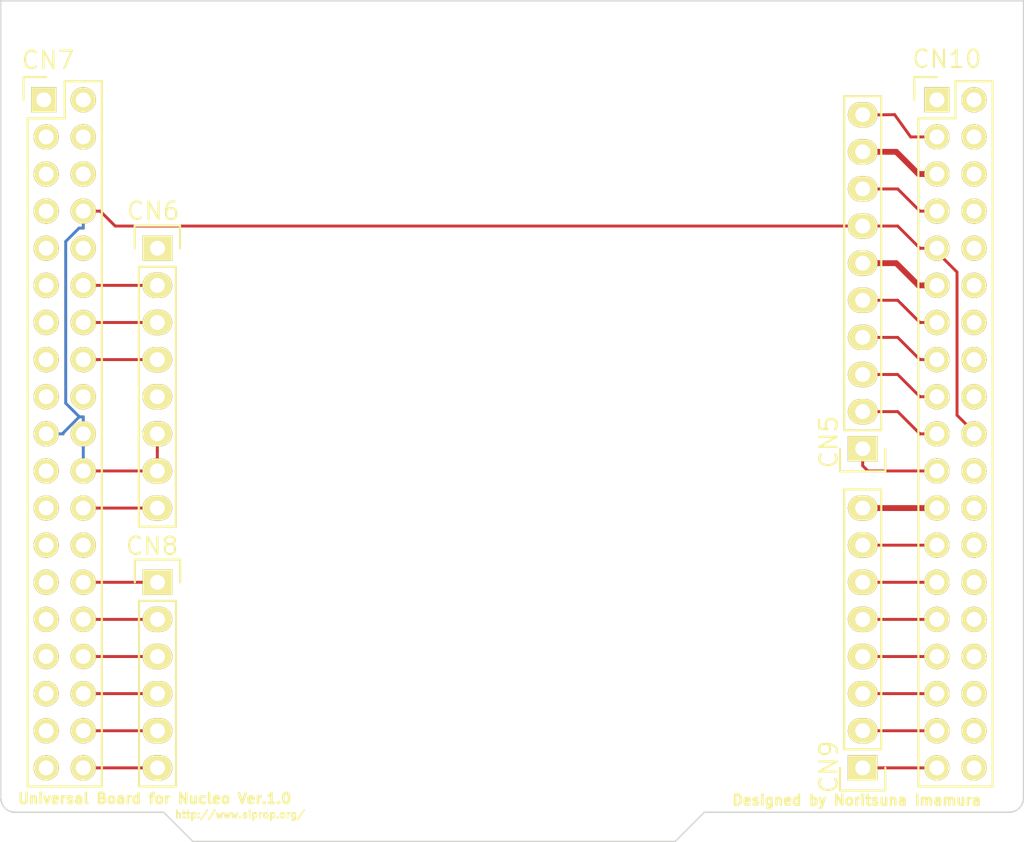
<source format=kicad_pcb>
(kicad_pcb (version 4) (host pcbnew 4.0.5-e0-6337~49~ubuntu16.04.1)

  (general
    (links 35)
    (no_connects 0)
    (area 96.286667 61.749999 168.260001 119.390001)
    (thickness 1.6)
    (drawings 13)
    (tracks 73)
    (zones 0)
    (modules 6)
    (nets 29)
  )

  (page A4)
  (title_block
    (title "Universal Board for Nucleo")
    (date 2016-05-26)
    (rev 1.0)
    (company "SIProp.org: Noritsuna Imamura noritsuna@siprop.org")
  )

  (layers
    (0 F.Cu signal)
    (31 B.Cu signal)
    (32 B.Adhes user)
    (33 F.Adhes user)
    (34 B.Paste user)
    (35 F.Paste user)
    (36 B.SilkS user)
    (37 F.SilkS user)
    (38 B.Mask user)
    (39 F.Mask user)
    (40 Dwgs.User user)
    (41 Cmts.User user)
    (42 Eco1.User user)
    (43 Eco2.User user)
    (44 Edge.Cuts user)
    (45 Margin user)
    (46 B.CrtYd user)
    (47 F.CrtYd user)
    (48 B.Fab user)
    (49 F.Fab user)
  )

  (setup
    (last_trace_width 0.2)
    (user_trace_width 0.3)
    (user_trace_width 0.4)
    (trace_clearance 0.2)
    (zone_clearance 0.508)
    (zone_45_only no)
    (trace_min 0.2)
    (segment_width 0.1)
    (edge_width 0.1)
    (via_size 0.8)
    (via_drill 0.4)
    (via_min_size 0.8)
    (via_min_drill 0.4)
    (uvia_size 0.3)
    (uvia_drill 0.1)
    (uvias_allowed no)
    (uvia_min_size 0.2)
    (uvia_min_drill 0.1)
    (pcb_text_width 0.3)
    (pcb_text_size 1.5 1.5)
    (mod_edge_width 0.15)
    (mod_text_size 1.2 1.2)
    (mod_text_width 0.15)
    (pad_size 3.2 3.2)
    (pad_drill 3.2)
    (pad_to_mask_clearance 0)
    (aux_axis_origin 98.22 119.33)
    (visible_elements 7FFFEFFF)
    (pcbplotparams
      (layerselection 0x010f0_80000001)
      (usegerberextensions true)
      (excludeedgelayer true)
      (linewidth 0.100000)
      (plotframeref false)
      (viasonmask false)
      (mode 1)
      (useauxorigin false)
      (hpglpennumber 1)
      (hpglpenspeed 20)
      (hpglpendiameter 15)
      (hpglpenoverlay 2)
      (psnegative false)
      (psa4output false)
      (plotreference true)
      (plotvalue true)
      (plotinvisibletext false)
      (padsonsilk false)
      (subtractmaskfromsilk false)
      (outputformat 1)
      (mirror false)
      (drillshape 0)
      (scaleselection 1)
      (outputdirectory ""))
  )

  (net 0 "")
  (net 1 /PB9)
  (net 2 /PB5)
  (net 3 /PB3)
  (net 4 /PA10)
  (net 5 /PA1)
  (net 6 /PA2)
  (net 7 /PA3)
  (net 8 /PA4)
  (net 9 /PA5)
  (net 10 /PA6)
  (net 11 /PA7)
  (net 12 /PA8)
  (net 13 /PA9)
  (net 14 /PB4)
  (net 15 /PB6)
  (net 16 /PB8)
  (net 17 /PB10)
  (net 18 /PC1)
  (net 19 /IOREF)
  (net 20 /RES)
  (net 21 /+3V3)
  (net 22 /GND)
  (net 23 /VIN)
  (net 24 /PA0)
  (net 25 /PB0)
  (net 26 /PC0)
  (net 27 /PC7)
  (net 28 /AVDD)

  (net_class Default "これは標準のネット クラスです。"
    (clearance 0.2)
    (trace_width 0.2)
    (via_dia 0.8)
    (via_drill 0.4)
    (uvia_dia 0.3)
    (uvia_drill 0.1)
    (add_net /+3V3)
    (add_net /AVDD)
    (add_net /GND)
    (add_net /IOREF)
    (add_net /PA0)
    (add_net /PA1)
    (add_net /PA10)
    (add_net /PA2)
    (add_net /PA3)
    (add_net /PA4)
    (add_net /PA6)
    (add_net /PA7)
    (add_net /PA9)
    (add_net /PB0)
    (add_net /PB10)
    (add_net /PB3)
    (add_net /PB4)
    (add_net /PB5)
    (add_net /PB6)
    (add_net /PB8)
    (add_net /PC0)
    (add_net /PC1)
    (add_net /PC7)
    (add_net /RES)
    (add_net /VIN)
  )

  (net_class VCC ""
    (clearance 0.2)
    (trace_width 0.4)
    (via_dia 0.8)
    (via_drill 0.4)
    (uvia_dia 0.3)
    (uvia_drill 0.1)
    (add_net /PA5)
    (add_net /PA8)
    (add_net /PB9)
  )

  (module Pin_Headers:Pin_Header_Straight_1x10 (layer F.Cu) (tedit 5746F60F) (tstamp 5745EF41)
    (at 157.2 92.46 180)
    (descr "Through hole pin header")
    (tags "pin header")
    (path /5745A5D3)
    (fp_text reference CN5 (at 2.327 0.45 270) (layer F.SilkS)
      (effects (font (size 1.2 1.2) (thickness 0.15)))
    )
    (fp_text value CONN_01X10 (at 0 -3.1 180) (layer F.Fab) hide
      (effects (font (size 1 1) (thickness 0.15)))
    )
    (fp_line (start -1.75 -1.75) (end -1.75 24.65) (layer F.CrtYd) (width 0.05))
    (fp_line (start 1.75 -1.75) (end 1.75 24.65) (layer F.CrtYd) (width 0.05))
    (fp_line (start -1.75 -1.75) (end 1.75 -1.75) (layer F.CrtYd) (width 0.05))
    (fp_line (start -1.75 24.65) (end 1.75 24.65) (layer F.CrtYd) (width 0.05))
    (fp_line (start 1.27 1.27) (end 1.27 24.13) (layer F.SilkS) (width 0.15))
    (fp_line (start 1.27 24.13) (end -1.27 24.13) (layer F.SilkS) (width 0.15))
    (fp_line (start -1.27 24.13) (end -1.27 1.27) (layer F.SilkS) (width 0.15))
    (fp_line (start 1.55 -1.55) (end 1.55 0) (layer F.SilkS) (width 0.15))
    (fp_line (start 1.27 1.27) (end -1.27 1.27) (layer F.SilkS) (width 0.15))
    (fp_line (start -1.55 0) (end -1.55 -1.55) (layer F.SilkS) (width 0.15))
    (fp_line (start -1.55 -1.55) (end 1.55 -1.55) (layer F.SilkS) (width 0.15))
    (pad 1 thru_hole rect (at 0 0 180) (size 2.032 1.7272) (drill 1.016) (layers *.Cu *.Mask F.SilkS)
      (net 13 /PA9))
    (pad 2 thru_hole oval (at 0 2.54 180) (size 2.032 1.7272) (drill 1.016) (layers *.Cu *.Mask F.SilkS)
      (net 27 /PC7))
    (pad 3 thru_hole oval (at 0 5.08 180) (size 2.032 1.7272) (drill 1.016) (layers *.Cu *.Mask F.SilkS)
      (net 15 /PB6))
    (pad 4 thru_hole oval (at 0 7.62 180) (size 2.032 1.7272) (drill 1.016) (layers *.Cu *.Mask F.SilkS)
      (net 11 /PA7))
    (pad 5 thru_hole oval (at 0 10.16 180) (size 2.032 1.7272) (drill 1.016) (layers *.Cu *.Mask F.SilkS)
      (net 10 /PA6))
    (pad 6 thru_hole oval (at 0 12.7 180) (size 2.032 1.7272) (drill 1.016) (layers *.Cu *.Mask F.SilkS)
      (net 9 /PA5))
    (pad 7 thru_hole oval (at 0 15.24 180) (size 2.032 1.7272) (drill 1.016) (layers *.Cu *.Mask F.SilkS)
      (net 22 /GND))
    (pad 8 thru_hole oval (at 0 17.78 180) (size 2.032 1.7272) (drill 1.016) (layers *.Cu *.Mask F.SilkS)
      (net 28 /AVDD))
    (pad 9 thru_hole oval (at 0 20.32 180) (size 2.032 1.7272) (drill 1.016) (layers *.Cu *.Mask F.SilkS)
      (net 1 /PB9))
    (pad 10 thru_hole oval (at 0 22.86 180) (size 2.032 1.7272) (drill 1.016) (layers *.Cu *.Mask F.SilkS)
      (net 16 /PB8))
    (model Pin_Headers.3dshapes/Pin_Header_Straight_1x10.wrl
      (at (xyz 0 -0.45 0))
      (scale (xyz 1 1 1))
      (rotate (xyz 0 0 90))
    )
  )

  (module Pin_Headers:Pin_Header_Straight_1x08 (layer F.Cu) (tedit 574B166E) (tstamp 5745EF58)
    (at 108.927 78.74)
    (descr "Through hole pin header")
    (tags "pin header")
    (path /5745A4A1)
    (fp_text reference CN6 (at -0.287 -2.55) (layer F.SilkS)
      (effects (font (size 1.2 1.2) (thickness 0.15)))
    )
    (fp_text value CONN_01X08 (at 0 -3.1) (layer F.Fab) hide
      (effects (font (size 1 1) (thickness 0.15)))
    )
    (fp_line (start -1.75 -1.75) (end -1.75 19.55) (layer F.CrtYd) (width 0.05))
    (fp_line (start 1.75 -1.75) (end 1.75 19.55) (layer F.CrtYd) (width 0.05))
    (fp_line (start -1.75 -1.75) (end 1.75 -1.75) (layer F.CrtYd) (width 0.05))
    (fp_line (start -1.75 19.55) (end 1.75 19.55) (layer F.CrtYd) (width 0.05))
    (fp_line (start 1.27 1.27) (end 1.27 19.05) (layer F.SilkS) (width 0.15))
    (fp_line (start 1.27 19.05) (end -1.27 19.05) (layer F.SilkS) (width 0.15))
    (fp_line (start -1.27 19.05) (end -1.27 1.27) (layer F.SilkS) (width 0.15))
    (fp_line (start 1.55 -1.55) (end 1.55 0) (layer F.SilkS) (width 0.15))
    (fp_line (start 1.27 1.27) (end -1.27 1.27) (layer F.SilkS) (width 0.15))
    (fp_line (start -1.55 0) (end -1.55 -1.55) (layer F.SilkS) (width 0.15))
    (fp_line (start -1.55 -1.55) (end 1.55 -1.55) (layer F.SilkS) (width 0.15))
    (pad 1 thru_hole rect (at 0.013 0) (size 2.032 1.7272) (drill 1.016) (layers *.Cu *.Mask F.SilkS))
    (pad 2 thru_hole oval (at 0 2.54) (size 2.032 1.7272) (drill 1.016) (layers *.Cu *.Mask F.SilkS)
      (net 19 /IOREF))
    (pad 3 thru_hole oval (at 0 5.08) (size 2.032 1.7272) (drill 1.016) (layers *.Cu *.Mask F.SilkS)
      (net 20 /RES))
    (pad 4 thru_hole oval (at 0 7.62) (size 2.032 1.7272) (drill 1.016) (layers *.Cu *.Mask F.SilkS)
      (net 21 /+3V3))
    (pad 5 thru_hole oval (at 0 10.16) (size 2.032 1.7272) (drill 1.016) (layers *.Cu *.Mask F.SilkS))
    (pad 6 thru_hole oval (at 0 12.7) (size 2.032 1.7272) (drill 1.016) (layers *.Cu *.Mask F.SilkS)
      (net 22 /GND))
    (pad 7 thru_hole oval (at 0 15.24) (size 2.032 1.7272) (drill 1.016) (layers *.Cu *.Mask F.SilkS)
      (net 22 /GND))
    (pad 8 thru_hole oval (at 0 17.78) (size 2.032 1.7272) (drill 1.016) (layers *.Cu *.Mask F.SilkS)
      (net 23 /VIN))
    (model Pin_Headers.3dshapes/Pin_Header_Straight_1x08.wrl
      (at (xyz 0 -0.35 0))
      (scale (xyz 1 1 1))
      (rotate (xyz 0 0 90))
    )
  )

  (module Pin_Headers:Pin_Header_Straight_2x19 (layer F.Cu) (tedit 5746F662) (tstamp 5745EF8E)
    (at 101.32 68.58)
    (descr "Through hole pin header")
    (tags "pin header")
    (path /5745A3EA)
    (fp_text reference CN7 (at 0.123 -2.71) (layer F.SilkS)
      (effects (font (size 1.2 1.2) (thickness 0.15)))
    )
    (fp_text value CONN_02X19 (at 0 -3.1) (layer F.Fab) hide
      (effects (font (size 1 1) (thickness 0.15)))
    )
    (fp_line (start -1.75 -1.75) (end -1.75 47.5) (layer F.CrtYd) (width 0.05))
    (fp_line (start 4.3 -1.75) (end 4.3 47.5) (layer F.CrtYd) (width 0.05))
    (fp_line (start -1.75 -1.75) (end 4.3 -1.75) (layer F.CrtYd) (width 0.05))
    (fp_line (start -1.75 47.5) (end 4.3 47.5) (layer F.CrtYd) (width 0.05))
    (fp_line (start 3.81 -1.27) (end 3.81 46.99) (layer F.SilkS) (width 0.15))
    (fp_line (start -1.27 46.99) (end -1.27 1.27) (layer F.SilkS) (width 0.15))
    (fp_line (start 3.81 46.99) (end -1.27 46.99) (layer F.SilkS) (width 0.15))
    (fp_line (start 3.81 -1.27) (end 1.27 -1.27) (layer F.SilkS) (width 0.15))
    (fp_line (start 0 -1.55) (end -1.55 -1.55) (layer F.SilkS) (width 0.15))
    (fp_line (start 1.27 -1.27) (end 1.27 1.27) (layer F.SilkS) (width 0.15))
    (fp_line (start 1.27 1.27) (end -1.27 1.27) (layer F.SilkS) (width 0.15))
    (fp_line (start -1.55 -1.55) (end -1.55 0) (layer F.SilkS) (width 0.15))
    (pad 1 thru_hole rect (at -0.1663 0) (size 1.7272 1.7272) (drill 1.016) (layers *.Cu *.Mask F.SilkS))
    (pad 2 thru_hole oval (at 2.54 0) (size 1.7272 1.7272) (drill 1.016) (layers *.Cu *.Mask F.SilkS))
    (pad 3 thru_hole oval (at 0 2.54) (size 1.7272 1.7272) (drill 1.016) (layers *.Cu *.Mask F.SilkS))
    (pad 4 thru_hole oval (at 2.54 2.54) (size 1.7272 1.7272) (drill 1.016) (layers *.Cu *.Mask F.SilkS))
    (pad 5 thru_hole oval (at 0 5.08) (size 1.7272 1.7272) (drill 1.016) (layers *.Cu *.Mask F.SilkS))
    (pad 6 thru_hole oval (at 2.54 5.08) (size 1.7272 1.7272) (drill 1.016) (layers *.Cu *.Mask F.SilkS))
    (pad 7 thru_hole oval (at 0 7.62) (size 1.7272 1.7272) (drill 1.016) (layers *.Cu *.Mask F.SilkS))
    (pad 8 thru_hole oval (at 2.54 7.62) (size 1.7272 1.7272) (drill 1.016) (layers *.Cu *.Mask F.SilkS)
      (net 22 /GND))
    (pad 9 thru_hole oval (at 0 10.16) (size 1.7272 1.7272) (drill 1.016) (layers *.Cu *.Mask F.SilkS))
    (pad 10 thru_hole oval (at 2.54 10.16) (size 1.7272 1.7272) (drill 1.016) (layers *.Cu *.Mask F.SilkS))
    (pad 11 thru_hole oval (at 0 12.7) (size 1.7272 1.7272) (drill 1.016) (layers *.Cu *.Mask F.SilkS))
    (pad 12 thru_hole oval (at 2.54 12.7) (size 1.7272 1.7272) (drill 1.016) (layers *.Cu *.Mask F.SilkS)
      (net 19 /IOREF))
    (pad 13 thru_hole oval (at 0 15.24) (size 1.7272 1.7272) (drill 1.016) (layers *.Cu *.Mask F.SilkS))
    (pad 14 thru_hole oval (at 2.54 15.24) (size 1.7272 1.7272) (drill 1.016) (layers *.Cu *.Mask F.SilkS)
      (net 20 /RES))
    (pad 15 thru_hole oval (at 0 17.78) (size 1.7272 1.7272) (drill 1.016) (layers *.Cu *.Mask F.SilkS))
    (pad 16 thru_hole oval (at 2.54 17.78) (size 1.7272 1.7272) (drill 1.016) (layers *.Cu *.Mask F.SilkS)
      (net 21 /+3V3))
    (pad 17 thru_hole oval (at 0 20.32) (size 1.7272 1.7272) (drill 1.016) (layers *.Cu *.Mask F.SilkS))
    (pad 18 thru_hole oval (at 2.54 20.32) (size 1.7272 1.7272) (drill 1.016) (layers *.Cu *.Mask F.SilkS))
    (pad 19 thru_hole oval (at 0 22.86) (size 1.7272 1.7272) (drill 1.016) (layers *.Cu *.Mask F.SilkS)
      (net 22 /GND))
    (pad 20 thru_hole oval (at 2.54 22.86) (size 1.7272 1.7272) (drill 1.016) (layers *.Cu *.Mask F.SilkS)
      (net 22 /GND))
    (pad 21 thru_hole oval (at 0 25.4) (size 1.7272 1.7272) (drill 1.016) (layers *.Cu *.Mask F.SilkS))
    (pad 22 thru_hole oval (at 2.54 25.4) (size 1.7272 1.7272) (drill 1.016) (layers *.Cu *.Mask F.SilkS)
      (net 22 /GND))
    (pad 23 thru_hole oval (at 0 27.94) (size 1.7272 1.7272) (drill 1.016) (layers *.Cu *.Mask F.SilkS))
    (pad 24 thru_hole oval (at 2.54 27.94) (size 1.7272 1.7272) (drill 1.016) (layers *.Cu *.Mask F.SilkS)
      (net 23 /VIN))
    (pad 25 thru_hole oval (at 0 30.48) (size 1.7272 1.7272) (drill 1.016) (layers *.Cu *.Mask F.SilkS))
    (pad 26 thru_hole oval (at 2.54 30.48) (size 1.7272 1.7272) (drill 1.016) (layers *.Cu *.Mask F.SilkS))
    (pad 27 thru_hole oval (at 0 33.02) (size 1.7272 1.7272) (drill 1.016) (layers *.Cu *.Mask F.SilkS))
    (pad 28 thru_hole oval (at 2.54 33.02) (size 1.7272 1.7272) (drill 1.016) (layers *.Cu *.Mask F.SilkS)
      (net 24 /PA0))
    (pad 29 thru_hole oval (at 0 35.56) (size 1.7272 1.7272) (drill 1.016) (layers *.Cu *.Mask F.SilkS))
    (pad 30 thru_hole oval (at 2.54 35.56) (size 1.7272 1.7272) (drill 1.016) (layers *.Cu *.Mask F.SilkS)
      (net 5 /PA1))
    (pad 31 thru_hole oval (at 0 38.1) (size 1.7272 1.7272) (drill 1.016) (layers *.Cu *.Mask F.SilkS))
    (pad 32 thru_hole oval (at 2.54 38.1) (size 1.7272 1.7272) (drill 1.016) (layers *.Cu *.Mask F.SilkS)
      (net 8 /PA4))
    (pad 33 thru_hole oval (at 0 40.64) (size 1.7272 1.7272) (drill 1.016) (layers *.Cu *.Mask F.SilkS))
    (pad 34 thru_hole oval (at 2.54 40.64) (size 1.7272 1.7272) (drill 1.016) (layers *.Cu *.Mask F.SilkS)
      (net 25 /PB0))
    (pad 35 thru_hole oval (at 0 43.18) (size 1.7272 1.7272) (drill 1.016) (layers *.Cu *.Mask F.SilkS))
    (pad 36 thru_hole oval (at 2.54 43.18) (size 1.7272 1.7272) (drill 1.016) (layers *.Cu *.Mask F.SilkS)
      (net 18 /PC1))
    (pad 37 thru_hole oval (at 0 45.72) (size 1.7272 1.7272) (drill 1.016) (layers *.Cu *.Mask F.SilkS))
    (pad 38 thru_hole oval (at 2.54 45.72) (size 1.7272 1.7272) (drill 1.016) (layers *.Cu *.Mask F.SilkS)
      (net 26 /PC0))
    (model Pin_Headers.3dshapes/Pin_Header_Straight_2x19.wrl
      (at (xyz 0.05 -0.9 0))
      (scale (xyz 1 1 1))
      (rotate (xyz 0 0 90))
    )
  )

  (module Pin_Headers:Pin_Header_Straight_1x06 (layer F.Cu) (tedit 5746F54E) (tstamp 5745EFA3)
    (at 108.94 101.6)
    (descr "Through hole pin header")
    (tags "pin header")
    (path /5745A54E)
    (fp_text reference CN8 (at -0.377 -2.48) (layer F.SilkS)
      (effects (font (size 1.2 1.2) (thickness 0.15)))
    )
    (fp_text value CONN_01X06 (at 0 -3.1) (layer F.Fab) hide
      (effects (font (size 1 1) (thickness 0.15)))
    )
    (fp_line (start -1.75 -1.75) (end -1.75 14.45) (layer F.CrtYd) (width 0.05))
    (fp_line (start 1.75 -1.75) (end 1.75 14.45) (layer F.CrtYd) (width 0.05))
    (fp_line (start -1.75 -1.75) (end 1.75 -1.75) (layer F.CrtYd) (width 0.05))
    (fp_line (start -1.75 14.45) (end 1.75 14.45) (layer F.CrtYd) (width 0.05))
    (fp_line (start 1.27 1.27) (end 1.27 13.97) (layer F.SilkS) (width 0.15))
    (fp_line (start 1.27 13.97) (end -1.27 13.97) (layer F.SilkS) (width 0.15))
    (fp_line (start -1.27 13.97) (end -1.27 1.27) (layer F.SilkS) (width 0.15))
    (fp_line (start 1.55 -1.55) (end 1.55 0) (layer F.SilkS) (width 0.15))
    (fp_line (start 1.27 1.27) (end -1.27 1.27) (layer F.SilkS) (width 0.15))
    (fp_line (start -1.55 0) (end -1.55 -1.55) (layer F.SilkS) (width 0.15))
    (fp_line (start -1.55 -1.55) (end 1.55 -1.55) (layer F.SilkS) (width 0.15))
    (pad 1 thru_hole rect (at 0 0) (size 2.032 1.7272) (drill 1.016) (layers *.Cu *.Mask F.SilkS)
      (net 24 /PA0))
    (pad 2 thru_hole oval (at 0 2.54) (size 2.032 1.7272) (drill 1.016) (layers *.Cu *.Mask F.SilkS)
      (net 5 /PA1))
    (pad 3 thru_hole oval (at 0 5.08) (size 2.032 1.7272) (drill 1.016) (layers *.Cu *.Mask F.SilkS)
      (net 8 /PA4))
    (pad 4 thru_hole oval (at 0 7.62) (size 2.032 1.7272) (drill 1.016) (layers *.Cu *.Mask F.SilkS)
      (net 25 /PB0))
    (pad 5 thru_hole oval (at 0 10.16) (size 2.032 1.7272) (drill 1.016) (layers *.Cu *.Mask F.SilkS)
      (net 18 /PC1))
    (pad 6 thru_hole oval (at 0 12.7) (size 2.032 1.7272) (drill 1.016) (layers *.Cu *.Mask F.SilkS)
      (net 26 /PC0))
    (model Pin_Headers.3dshapes/Pin_Header_Straight_1x06.wrl
      (at (xyz 0 -0.25 0))
      (scale (xyz 1 1 1))
      (rotate (xyz 0 0 90))
    )
  )

  (module Pin_Headers:Pin_Header_Straight_1x08 (layer F.Cu) (tedit 5746F61D) (tstamp 5745EFBA)
    (at 157.2 114.3 180)
    (descr "Through hole pin header")
    (tags "pin header")
    (path /5745A666)
    (fp_text reference CN9 (at 2.327 0.06 270) (layer F.SilkS)
      (effects (font (size 1.2 1.2) (thickness 0.15)))
    )
    (fp_text value CONN_01X08 (at 0 -3.1 180) (layer F.Fab) hide
      (effects (font (size 1 1) (thickness 0.15)))
    )
    (fp_line (start -1.75 -1.75) (end -1.75 19.55) (layer F.CrtYd) (width 0.05))
    (fp_line (start 1.75 -1.75) (end 1.75 19.55) (layer F.CrtYd) (width 0.05))
    (fp_line (start -1.75 -1.75) (end 1.75 -1.75) (layer F.CrtYd) (width 0.05))
    (fp_line (start -1.75 19.55) (end 1.75 19.55) (layer F.CrtYd) (width 0.05))
    (fp_line (start 1.27 1.27) (end 1.27 19.05) (layer F.SilkS) (width 0.15))
    (fp_line (start 1.27 19.05) (end -1.27 19.05) (layer F.SilkS) (width 0.15))
    (fp_line (start -1.27 19.05) (end -1.27 1.27) (layer F.SilkS) (width 0.15))
    (fp_line (start 1.55 -1.55) (end 1.55 0) (layer F.SilkS) (width 0.15))
    (fp_line (start 1.27 1.27) (end -1.27 1.27) (layer F.SilkS) (width 0.15))
    (fp_line (start -1.55 0) (end -1.55 -1.55) (layer F.SilkS) (width 0.15))
    (fp_line (start -1.55 -1.55) (end 1.55 -1.55) (layer F.SilkS) (width 0.15))
    (pad 1 thru_hole rect (at 0 0 180) (size 2.032 1.7272) (drill 1.016) (layers *.Cu *.Mask F.SilkS)
      (net 7 /PA3))
    (pad 2 thru_hole oval (at 0 2.54 180) (size 2.032 1.7272) (drill 1.016) (layers *.Cu *.Mask F.SilkS)
      (net 6 /PA2))
    (pad 3 thru_hole oval (at 0 5.08 180) (size 2.032 1.7272) (drill 1.016) (layers *.Cu *.Mask F.SilkS)
      (net 4 /PA10))
    (pad 4 thru_hole oval (at 0 7.62 180) (size 2.032 1.7272) (drill 1.016) (layers *.Cu *.Mask F.SilkS)
      (net 3 /PB3))
    (pad 5 thru_hole oval (at 0 10.16 180) (size 2.032 1.7272) (drill 1.016) (layers *.Cu *.Mask F.SilkS)
      (net 2 /PB5))
    (pad 6 thru_hole oval (at 0 12.7 180) (size 2.032 1.7272) (drill 1.016) (layers *.Cu *.Mask F.SilkS)
      (net 14 /PB4))
    (pad 7 thru_hole oval (at 0 15.24 180) (size 2.032 1.7272) (drill 1.016) (layers *.Cu *.Mask F.SilkS)
      (net 17 /PB10))
    (pad 8 thru_hole oval (at 0 17.78 180) (size 2.032 1.7272) (drill 1.016) (layers *.Cu *.Mask F.SilkS)
      (net 12 /PA8))
    (model Pin_Headers.3dshapes/Pin_Header_Straight_1x08.wrl
      (at (xyz 0 -0.35 0))
      (scale (xyz 1 1 1))
      (rotate (xyz 0 0 90))
    )
  )

  (module Pin_Headers:Pin_Header_Straight_2x19 (layer F.Cu) (tedit 5746F64D) (tstamp 5745EFF0)
    (at 162.28 68.58)
    (descr "Through hole pin header")
    (tags "pin header")
    (path /5745A41F)
    (fp_text reference CN10 (at 0.683 -2.79) (layer F.SilkS)
      (effects (font (size 1.2 1.2) (thickness 0.15)))
    )
    (fp_text value CONN_02X19 (at 0 -3.1) (layer F.Fab) hide
      (effects (font (size 1 1) (thickness 0.15)))
    )
    (fp_line (start -1.75 -1.75) (end -1.75 47.5) (layer F.CrtYd) (width 0.05))
    (fp_line (start 4.3 -1.75) (end 4.3 47.5) (layer F.CrtYd) (width 0.05))
    (fp_line (start -1.75 -1.75) (end 4.3 -1.75) (layer F.CrtYd) (width 0.05))
    (fp_line (start -1.75 47.5) (end 4.3 47.5) (layer F.CrtYd) (width 0.05))
    (fp_line (start 3.81 -1.27) (end 3.81 46.99) (layer F.SilkS) (width 0.15))
    (fp_line (start -1.27 46.99) (end -1.27 1.27) (layer F.SilkS) (width 0.15))
    (fp_line (start 3.81 46.99) (end -1.27 46.99) (layer F.SilkS) (width 0.15))
    (fp_line (start 3.81 -1.27) (end 1.27 -1.27) (layer F.SilkS) (width 0.15))
    (fp_line (start 0 -1.55) (end -1.55 -1.55) (layer F.SilkS) (width 0.15))
    (fp_line (start 1.27 -1.27) (end 1.27 1.27) (layer F.SilkS) (width 0.15))
    (fp_line (start 1.27 1.27) (end -1.27 1.27) (layer F.SilkS) (width 0.15))
    (fp_line (start -1.55 -1.55) (end -1.55 0) (layer F.SilkS) (width 0.15))
    (pad 1 thru_hole rect (at 0 0) (size 1.7272 1.7272) (drill 1.016) (layers *.Cu *.Mask F.SilkS))
    (pad 2 thru_hole oval (at 2.54 0) (size 1.7272 1.7272) (drill 1.016) (layers *.Cu *.Mask F.SilkS))
    (pad 3 thru_hole oval (at 0 2.54) (size 1.7272 1.7272) (drill 1.016) (layers *.Cu *.Mask F.SilkS)
      (net 16 /PB8))
    (pad 4 thru_hole oval (at 2.54 2.54) (size 1.7272 1.7272) (drill 1.016) (layers *.Cu *.Mask F.SilkS))
    (pad 5 thru_hole oval (at 0 5.08) (size 1.7272 1.7272) (drill 1.016) (layers *.Cu *.Mask F.SilkS)
      (net 1 /PB9))
    (pad 6 thru_hole oval (at 2.54 5.08) (size 1.7272 1.7272) (drill 1.016) (layers *.Cu *.Mask F.SilkS))
    (pad 7 thru_hole oval (at 0 7.62) (size 1.7272 1.7272) (drill 1.016) (layers *.Cu *.Mask F.SilkS)
      (net 28 /AVDD))
    (pad 8 thru_hole oval (at 2.54 7.62) (size 1.7272 1.7272) (drill 1.016) (layers *.Cu *.Mask F.SilkS))
    (pad 9 thru_hole oval (at 0 10.16) (size 1.7272 1.7272) (drill 1.016) (layers *.Cu *.Mask F.SilkS)
      (net 22 /GND))
    (pad 10 thru_hole oval (at 2.54 10.16) (size 1.7272 1.7272) (drill 1.016) (layers *.Cu *.Mask F.SilkS))
    (pad 11 thru_hole oval (at 0 12.7) (size 1.7272 1.7272) (drill 1.016) (layers *.Cu *.Mask F.SilkS)
      (net 9 /PA5))
    (pad 12 thru_hole oval (at 2.54 12.7) (size 1.7272 1.7272) (drill 1.016) (layers *.Cu *.Mask F.SilkS))
    (pad 13 thru_hole oval (at 0 15.24) (size 1.7272 1.7272) (drill 1.016) (layers *.Cu *.Mask F.SilkS)
      (net 10 /PA6))
    (pad 14 thru_hole oval (at 2.54 15.24) (size 1.7272 1.7272) (drill 1.016) (layers *.Cu *.Mask F.SilkS))
    (pad 15 thru_hole oval (at 0 17.78) (size 1.7272 1.7272) (drill 1.016) (layers *.Cu *.Mask F.SilkS)
      (net 11 /PA7))
    (pad 16 thru_hole oval (at 2.54 17.78) (size 1.7272 1.7272) (drill 1.016) (layers *.Cu *.Mask F.SilkS))
    (pad 17 thru_hole oval (at 0 20.32) (size 1.7272 1.7272) (drill 1.016) (layers *.Cu *.Mask F.SilkS)
      (net 15 /PB6))
    (pad 18 thru_hole oval (at 2.54 20.32) (size 1.7272 1.7272) (drill 1.016) (layers *.Cu *.Mask F.SilkS))
    (pad 19 thru_hole oval (at 0 22.86) (size 1.7272 1.7272) (drill 1.016) (layers *.Cu *.Mask F.SilkS)
      (net 27 /PC7))
    (pad 20 thru_hole oval (at 2.54 22.86) (size 1.7272 1.7272) (drill 1.016) (layers *.Cu *.Mask F.SilkS)
      (net 22 /GND))
    (pad 21 thru_hole oval (at 0 25.4) (size 1.7272 1.7272) (drill 1.016) (layers *.Cu *.Mask F.SilkS)
      (net 13 /PA9))
    (pad 22 thru_hole oval (at 2.54 25.4) (size 1.7272 1.7272) (drill 1.016) (layers *.Cu *.Mask F.SilkS))
    (pad 23 thru_hole oval (at 0 27.94) (size 1.7272 1.7272) (drill 1.016) (layers *.Cu *.Mask F.SilkS)
      (net 12 /PA8))
    (pad 24 thru_hole oval (at 2.54 27.94) (size 1.7272 1.7272) (drill 1.016) (layers *.Cu *.Mask F.SilkS))
    (pad 25 thru_hole oval (at 0 30.48) (size 1.7272 1.7272) (drill 1.016) (layers *.Cu *.Mask F.SilkS)
      (net 17 /PB10))
    (pad 26 thru_hole oval (at 2.54 30.48) (size 1.7272 1.7272) (drill 1.016) (layers *.Cu *.Mask F.SilkS))
    (pad 27 thru_hole oval (at 0 33.02) (size 1.7272 1.7272) (drill 1.016) (layers *.Cu *.Mask F.SilkS)
      (net 14 /PB4))
    (pad 28 thru_hole oval (at 2.54 33.02) (size 1.7272 1.7272) (drill 1.016) (layers *.Cu *.Mask F.SilkS))
    (pad 29 thru_hole oval (at 0 35.56) (size 1.7272 1.7272) (drill 1.016) (layers *.Cu *.Mask F.SilkS)
      (net 2 /PB5))
    (pad 30 thru_hole oval (at 2.54 35.56) (size 1.7272 1.7272) (drill 1.016) (layers *.Cu *.Mask F.SilkS))
    (pad 31 thru_hole oval (at 0 38.1) (size 1.7272 1.7272) (drill 1.016) (layers *.Cu *.Mask F.SilkS)
      (net 3 /PB3))
    (pad 32 thru_hole oval (at 2.54 38.1) (size 1.7272 1.7272) (drill 1.016) (layers *.Cu *.Mask F.SilkS))
    (pad 33 thru_hole oval (at 0 40.64) (size 1.7272 1.7272) (drill 1.016) (layers *.Cu *.Mask F.SilkS)
      (net 4 /PA10))
    (pad 34 thru_hole oval (at 2.54 40.64) (size 1.7272 1.7272) (drill 1.016) (layers *.Cu *.Mask F.SilkS))
    (pad 35 thru_hole oval (at 0 43.18) (size 1.7272 1.7272) (drill 1.016) (layers *.Cu *.Mask F.SilkS)
      (net 6 /PA2))
    (pad 36 thru_hole oval (at 2.54 43.18) (size 1.7272 1.7272) (drill 1.016) (layers *.Cu *.Mask F.SilkS))
    (pad 37 thru_hole oval (at 0 45.72) (size 1.7272 1.7272) (drill 1.016) (layers *.Cu *.Mask F.SilkS)
      (net 7 /PA3))
    (pad 38 thru_hole oval (at 2.54 45.72) (size 1.7272 1.7272) (drill 1.016) (layers *.Cu *.Mask F.SilkS))
    (model Pin_Headers.3dshapes/Pin_Header_Straight_2x19.wrl
      (at (xyz 0.05 -0.9 0))
      (scale (xyz 1 1 1))
      (rotate (xyz 0 0 90))
    )
  )

  (gr_text "Designed by Noritsuna Imamura" (at 156.8 116.51) (layer F.SilkS)
    (effects (font (size 0.7 0.7) (thickness 0.175)))
  )
  (gr_text http://www.siprop.org/ (at 114.58 117.49) (layer F.SilkS)
    (effects (font (size 0.5 0.5) (thickness 0.125)))
  )
  (gr_text "Universal Board for Nucleo Ver.1.0" (at 108.74 116.4) (layer F.SilkS)
    (effects (font (size 0.7 0.7) (thickness 0.175)))
  )
  (gr_line (start 98.21 61.8) (end 168.21 61.8) (angle 90) (layer Edge.Cuts) (width 0.1))
  (gr_line (start 144.36 119.34) (end 146.36 117.34) (angle 90) (layer Edge.Cuts) (width 0.1))
  (gr_line (start 109.36 117.34) (end 111.36 119.34) (angle 90) (layer Edge.Cuts) (width 0.1))
  (gr_line (start 99.21 117.34) (end 109.36 117.34) (angle 90) (layer Edge.Cuts) (width 0.1))
  (gr_arc (start 99.21 116.34) (end 99.21 117.34) (angle 90) (layer Edge.Cuts) (width 0.1))
  (gr_arc (start 167.21 116.34) (end 168.21 116.34) (angle 90) (layer Edge.Cuts) (width 0.1))
  (gr_line (start 146.36 117.34) (end 167.21 117.34) (angle 90) (layer Edge.Cuts) (width 0.1))
  (gr_line (start 111.36 119.34) (end 144.36 119.34) (angle 90) (layer Edge.Cuts) (width 0.1))
  (gr_line (start 168.21 116.34) (end 168.21 61.8) (angle 90) (layer Edge.Cuts) (width 0.1))
  (gr_line (start 98.21 116.34) (end 98.21 61.8) (angle 90) (layer Edge.Cuts) (width 0.1))

  (segment (start 159.4961 72.14) (end 157.2 72.14) (width 0.4) (layer F.Cu) (net 1))
  (segment (start 161.0161 73.66) (end 159.4961 72.14) (width 0.4) (layer F.Cu) (net 1))
  (segment (start 162.28 73.66) (end 161.0161 73.66) (width 0.4) (layer F.Cu) (net 1))
  (segment (start 162.28 104.14) (end 157.2 104.14) (width 0.2) (layer F.Cu) (net 2))
  (segment (start 162.28 106.68) (end 157.2 106.68) (width 0.2) (layer F.Cu) (net 3))
  (segment (start 162.28 109.22) (end 157.2 109.22) (width 0.2) (layer F.Cu) (net 4))
  (segment (start 108.94 104.14) (end 103.86 104.14) (width 0.2) (layer F.Cu) (net 5))
  (segment (start 162.28 111.76) (end 157.2 111.76) (width 0.2) (layer F.Cu) (net 6))
  (segment (start 162.28 114.3) (end 157.2 114.3) (width 0.2) (layer F.Cu) (net 7))
  (segment (start 108.94 106.68) (end 103.86 106.68) (width 0.2) (layer F.Cu) (net 8))
  (segment (start 159.4961 79.76) (end 157.2 79.76) (width 0.4) (layer F.Cu) (net 9))
  (segment (start 161.0161 81.28) (end 159.4961 79.76) (width 0.4) (layer F.Cu) (net 9))
  (segment (start 162.28 81.28) (end 161.0161 81.28) (width 0.4) (layer F.Cu) (net 9))
  (segment (start 159.5961 82.3) (end 157.2 82.3) (width 0.2) (layer F.Cu) (net 10))
  (segment (start 161.1161 83.82) (end 159.5961 82.3) (width 0.2) (layer F.Cu) (net 10))
  (segment (start 162.28 83.82) (end 161.1161 83.82) (width 0.2) (layer F.Cu) (net 10))
  (segment (start 159.5961 84.84) (end 157.2 84.84) (width 0.2) (layer F.Cu) (net 11))
  (segment (start 161.1161 86.36) (end 159.5961 84.84) (width 0.2) (layer F.Cu) (net 11))
  (segment (start 162.28 86.36) (end 161.1161 86.36) (width 0.2) (layer F.Cu) (net 11))
  (segment (start 162.28 96.52) (end 157.2 96.52) (width 0.4) (layer F.Cu) (net 12))
  (segment (start 157.5561 93.98) (end 157.2 93.6239) (width 0.2) (layer F.Cu) (net 13))
  (segment (start 162.28 93.98) (end 157.5561 93.98) (width 0.2) (layer F.Cu) (net 13))
  (segment (start 157.2 92.46) (end 157.2 93.6239) (width 0.2) (layer F.Cu) (net 13))
  (segment (start 162.28 101.6) (end 157.2 101.6) (width 0.2) (layer F.Cu) (net 14))
  (segment (start 159.5961 87.38) (end 157.2 87.38) (width 0.2) (layer F.Cu) (net 15))
  (segment (start 161.1161 88.9) (end 159.5961 87.38) (width 0.2) (layer F.Cu) (net 15))
  (segment (start 162.28 88.9) (end 161.1161 88.9) (width 0.2) (layer F.Cu) (net 15))
  (segment (start 159.385 69.596) (end 157.2 69.6209) (width 0.2) (layer F.Cu) (net 16))
  (segment (start 160.4811 71.12) (end 159.385 69.596) (width 0.2) (layer F.Cu) (net 16))
  (segment (start 157.2 69.6) (end 157.2 69.6209) (width 0.2) (layer F.Cu) (net 16) (status 400000))
  (segment (start 162.28 71.12) (end 160.4811 71.12) (width 0.2) (layer F.Cu) (net 16) (status 400000))
  (segment (start 162.28 99.06) (end 157.2 99.06) (width 0.2) (layer F.Cu) (net 17))
  (segment (start 108.94 111.76) (end 103.86 111.76) (width 0.2) (layer F.Cu) (net 18))
  (segment (start 103.86 81.28) (end 108.927 81.28) (width 0.2) (layer F.Cu) (net 19))
  (segment (start 103.86 83.82) (end 108.927 83.82) (width 0.2) (layer F.Cu) (net 20))
  (segment (start 103.86 86.36) (end 108.927 86.36) (width 0.2) (layer F.Cu) (net 21))
  (segment (start 103.86 93.98) (end 103.86 91.44) (width 0.2) (layer B.Cu) (net 22))
  (segment (start 103.86 76.2) (end 103.86 77.3639) (width 0.2) (layer B.Cu) (net 22))
  (segment (start 103.86 91.44) (end 103.86 90.2761) (width 0.2) (layer B.Cu) (net 22))
  (segment (start 162.28 78.74) (end 161.1161 78.74) (width 0.2) (layer F.Cu) (net 22))
  (segment (start 101.32 91.44) (end 102.4839 91.44) (width 0.2) (layer B.Cu) (net 22))
  (segment (start 102.4839 91.3809) (end 102.4839 91.44) (width 0.2) (layer B.Cu) (net 22))
  (segment (start 103.5887 90.2761) (end 102.4839 91.3809) (width 0.2) (layer B.Cu) (net 22))
  (segment (start 102.656 89.3434) (end 103.5887 90.2761) (width 0.2) (layer B.Cu) (net 22))
  (segment (start 102.656 78.2769) (end 102.656 89.3434) (width 0.2) (layer B.Cu) (net 22))
  (segment (start 103.569 77.3639) (end 102.656 78.2769) (width 0.2) (layer B.Cu) (net 22))
  (segment (start 103.86 77.3639) (end 103.569 77.3639) (width 0.2) (layer B.Cu) (net 22))
  (segment (start 103.5887 90.2761) (end 103.86 90.2761) (width 0.2) (layer B.Cu) (net 22))
  (segment (start 108.927 91.44) (end 108.927 92.6039) (width 0.2) (layer F.Cu) (net 22))
  (segment (start 103.86 93.98) (end 108.927 93.98) (width 0.2) (layer F.Cu) (net 22))
  (segment (start 108.927 93.98) (end 108.927 92.6039) (width 0.2) (layer F.Cu) (net 22))
  (segment (start 162.5513 79.2689) (end 162.306 78.74) (width 0.2) (layer F.Cu) (net 22))
  (segment (start 163.6561 80.3737) (end 162.5513 79.2689) (width 0.2) (layer F.Cu) (net 22))
  (segment (start 163.6561 90.1653) (end 163.6561 80.3737) (width 0.2) (layer F.Cu) (net 22))
  (segment (start 164.5289 91.0381) (end 163.6561 90.1653) (width 0.2) (layer F.Cu) (net 22))
  (segment (start 164.846 91.44) (end 164.5289 91.0381) (width 0.2) (layer F.Cu) (net 22))
  (segment (start 164.82 91.44) (end 164.846 91.44) (width 0.2) (layer F.Cu) (net 22) (status 400000))
  (segment (start 162.28 78.74) (end 162.306 78.74) (width 0.2) (layer F.Cu) (net 22) (status 400000))
  (segment (start 159.5961 77.22) (end 157.2 77.22) (width 0.2) (layer F.Cu) (net 22))
  (segment (start 161.1161 78.74) (end 159.5961 77.22) (width 0.2) (layer F.Cu) (net 22))
  (segment (start 106.0439 77.22) (end 105.0239 76.2) (width 0.2) (layer F.Cu) (net 22))
  (segment (start 157.2 77.22) (end 106.0439 77.22) (width 0.2) (layer F.Cu) (net 22))
  (segment (start 103.86 76.2) (end 105.0239 76.2) (width 0.2) (layer F.Cu) (net 22))
  (segment (start 103.86 96.52) (end 108.927 96.52) (width 0.2) (layer F.Cu) (net 23))
  (segment (start 108.94 101.6) (end 103.86 101.6) (width 0.2) (layer F.Cu) (net 24))
  (segment (start 108.94 109.22) (end 103.86 109.22) (width 0.2) (layer F.Cu) (net 25))
  (segment (start 108.94 114.3) (end 103.86 114.3) (width 0.2) (layer F.Cu) (net 26))
  (segment (start 159.5961 89.92) (end 157.2 89.92) (width 0.2) (layer F.Cu) (net 27))
  (segment (start 161.1161 91.44) (end 159.5961 89.92) (width 0.2) (layer F.Cu) (net 27))
  (segment (start 162.28 91.44) (end 161.1161 91.44) (width 0.2) (layer F.Cu) (net 27))
  (segment (start 159.5961 74.68) (end 157.2 74.68) (width 0.2) (layer F.Cu) (net 28))
  (segment (start 161.1161 76.2) (end 159.5961 74.68) (width 0.2) (layer F.Cu) (net 28))
  (segment (start 162.28 76.2) (end 161.1161 76.2) (width 0.2) (layer F.Cu) (net 28))

)

</source>
